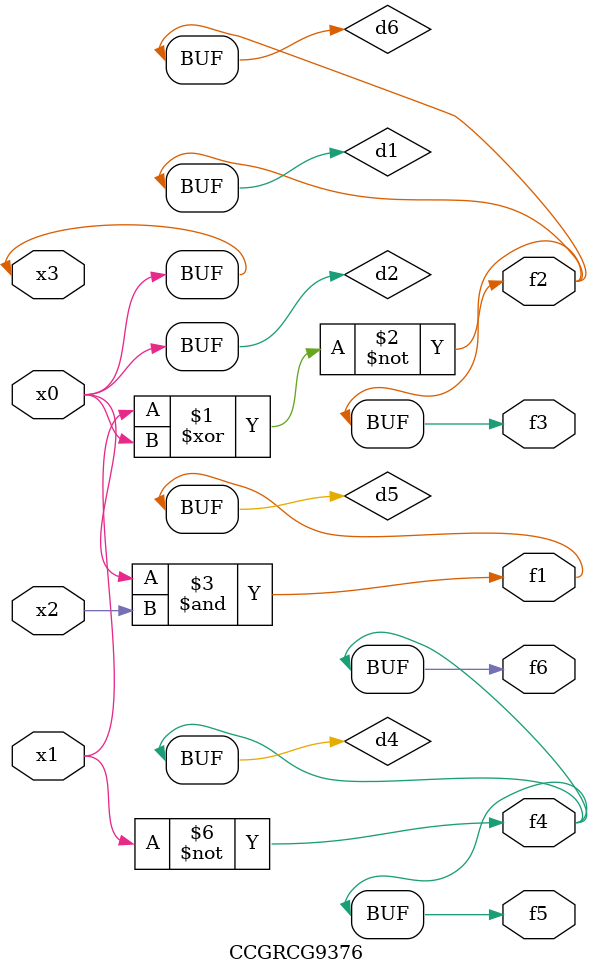
<source format=v>
module CCGRCG9376(
	input x0, x1, x2, x3,
	output f1, f2, f3, f4, f5, f6
);

	wire d1, d2, d3, d4, d5, d6;

	xnor (d1, x1, x3);
	buf (d2, x0, x3);
	nand (d3, x0, x2);
	not (d4, x1);
	nand (d5, d3);
	or (d6, d1);
	assign f1 = d5;
	assign f2 = d6;
	assign f3 = d6;
	assign f4 = d4;
	assign f5 = d4;
	assign f6 = d4;
endmodule

</source>
